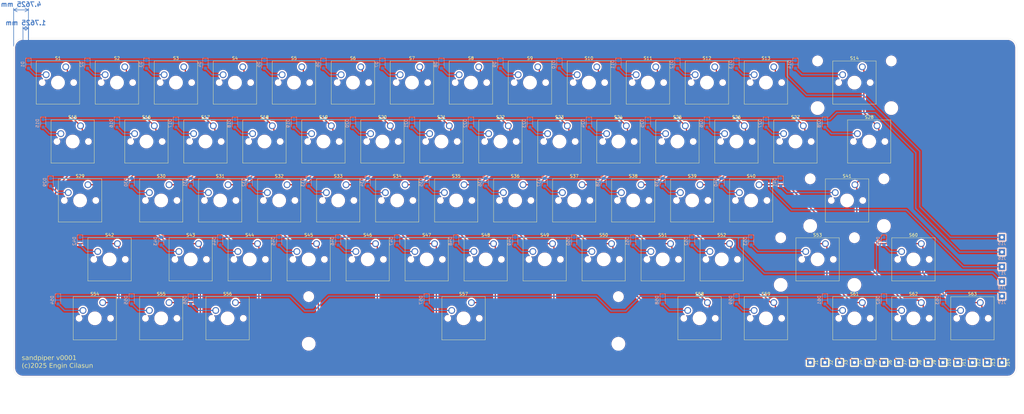
<source format=kicad_pcb>
(kicad_pcb (version 20240108) (generator "pcbnew") (generator_version "8.0")
  (layers (0 "F.Cu" signal) (31 "B.Cu" signal) (34 "B.Paste" user) (35 "F.Paste" user) (36 "B.SilkS" user "B.Silkscreen") (37 "F.SilkS" user "F.Silkscreen") (38 "B.Mask" user) (39 "F.Mask" user) (44 "Edge.Cuts" user))
  (net 0 "")
  (net 2 "Row 0")
  (net 3 "Net-(D2-A)")
  (net 4 "Net-(D3-A)")
  (net 5 "Net-(D4-A)")
  (net 6 "Net-(D5-A)")
  (net 7 "Net-(D6-A)")
  (net 8 "Net-(D7-A)")
  (net 9 "Net-(D8-A)")
  (net 10 "Net-(D9-A)")
  (net 11 "Net-(D10-A)")
  (net 12 "Net-(D11-A)")
  (net 13 "Net-(D12-A)")
  (net 14 "Net-(D13-A)")
  (net 15 "Net-(D14-A)")
  (net 16 "Row 1")
  (net 17 "Net-(D15-A)")
  (net 18 "Net-(D16-A)")
  (net 19 "Net-(D17-A)")
  (net 20 "Net-(D18-A)")
  (net 21 "Net-(D19-A)")
  (net 22 "Net-(D20-A)")
  (net 23 "Net-(D21-A)")
  (net 24 "Net-(D22-A)")
  (net 25 "Net-(D23-A)")
  (net 26 "Net-(D24-A)")
  (net 27 "Net-(D25-A)")
  (net 28 "Net-(D26-A)")
  (net 29 "Net-(D27-A)")
  (net 30 "Net-(D28-A)")
  (net 31 "Net-(D29-A)")
  (net 32 "Row 2")
  (net 33 "Net-(D30-A)")
  (net 34 "Net-(D31-A)")
  (net 35 "Net-(D32-A)")
  (net 36 "Net-(D33-A)")
  (net 37 "Net-(D34-A)")
  (net 38 "Net-(D35-A)")
  (net 39 "Net-(D36-A)")
  (net 40 "Net-(D37-A)")
  (net 41 "Net-(D38-A)")
  (net 42 "Net-(D39-A)")
  (net 43 "Net-(D40-A)")
  (net 44 "Net-(D41-A)")
  (net 45 "Row 3")
  (net 46 "Net-(D42-A)")
  (net 47 "Net-(D43-A)")
  (net 48 "Net-(D44-A)")
  (net 49 "Net-(D45-A)")
  (net 50 "Net-(D46-A)")
  (net 51 "Net-(D47-A)")
  (net 52 "Net-(D48-A)")
  (net 53 "Net-(D49-A)")
  (net 54 "Net-(D50-A)")
  (net 55 "Net-(D51-A)")
  (net 56 "Net-(D52-A)")
  (net 57 "Net-(D53-A)")
  (net 58 "Net-(D54-A)")
  (net 59 "Row 4")
  (net 60 "Net-(D55-A)")
  (net 61 "Net-(D56-A)")
  (net 62 "Net-(D57-A)")
  (net 63 "Net-(D58-A)")
  (net 64 "Net-(D59-A)")
  (net 65 "Net-(D60-A)")
  (net 66 "Net-(D61-A)")
  (net 67 "Net-(D62-A)")
  (net 68 "Net-(D63-A)")
  (net 69 "Column 0")
  (net 70 "Column 1")
  (net 71 "Column 2")
  (net 72 "Column 3")
  (net 73 "Column 4")
  (net 74 "Column 5")
  (net 75 "Column 6")
  (net 76 "Column 7")
  (net 77 "Column 8")
  (net 78 "Column 9")
  (net 79 "Column 10")
  (net 80 "Column 11")
  (net 81 "Column 12")
  (net 82 "Column 13")
  (footprint "TestPoint:TestPoint_THTPad_2.0x2.0mm_Drill1.0mm" (layer "F.Cu") (at 294.9575 129.2225 -90)
    (property "Reference" "J3")
    (property "Value" "col")
  )
  (footprint "sandpiperfootprints:SW_Cherry_MX_1.00u_PCB" (layer "F.Cu") (at 273.685 109.855)
    (property "Reference" "S59")
    (property "Value" "RightFunction")
  )
  (footprint "sandpiperfootprints:SW_Cherry_MX_1.00u_PCB" (layer "F.Cu") (at 273.685 33.655)
    (property "Reference" "S13")
    (property "Value" "equals")
  )
  (footprint "sandpiperfootprints:SW_Cherry_MX_1.00u_PCB" (layer "F.Cu") (at 145.0975 90.805)
    (property "Reference" "S46")
    (property "Value" "V")
  )
  (footprint "Button_Switch_Keyboard:SW_Cherry_MX_2.25u_PCB" (layer "F.Cu") (at 290.35375 90.805)
    (property "Reference" "S53")
    (property "Value" "rightshift")
  )
  (footprint "TestPoint:TestPoint_THTPad_2.0x2.0mm_Drill1.0mm" (layer "F.Cu") (at 285.4325 129.2225 -90)
    (property "Reference" "J1")
    (property "Value" "col")
  )
  (footprint "Button_Switch_Keyboard:SW_Cherry_MX_1.75u_PCB" (layer "F.Cu") (at 52.22875 71.755)
    (property "Reference" "S29")
    (property "Value" "capslock")
  )
  (footprint "sandpiperfootprints:SW_Cherry_MX_1.00u_PCB" (layer "F.Cu") (at 130.81 52.705)
    (property "Reference" "S19")
    (property "Value" "R")
  )
  (footprint "sandpiperfootprints:SW_Cherry_MX_1.00u_PCB" (layer "F.Cu") (at 164.1475 90.805)
    (property "Reference" "S47")
    (property "Value" "B")
  )
  (footprint "TestPoint:TestPoint_THTPad_2.0x2.0mm_Drill1.0mm" (layer "F.Cu") (at 290.195 129.2225 -90)
    (property "Reference" "J2")
    (property "Value" "col")
  )
  (footprint "sandpiperfootprints:SW_Cherry_MX_1.00u_PCB" (layer "F.Cu") (at 230.8225 71.755)
    (property "Reference" "S38")
    (property "Value" "L")
  )
  (footprint "Button_Switch_Keyboard:SW_Cherry_MX_1.25u_PCB" (layer "F.Cu") (at 56.99125 109.855)
    (property "Reference" "S54")
    (property "Value" "LeftFunction")
  )
  (footprint "Button_Switch_Keyboard:SW_Cherry_MX_2.00u_PCB" (layer "F.Cu") (at 302.26 33.655)
    (property "Reference" "S14")
    (property "Value" "backspace")
  )
  (footprint "sandpiperfootprints:SW_Cherry_MX_1.00u_PCB" (layer "F.Cu") (at 97.4725 71.755)
    (property "Reference" "S31")
    (property "Value" "S")
  )
  (footprint "sandpiperfootprints:SW_Cherry_MX_1.00u_PCB" (layer "F.Cu") (at 202.2475 90.805)
    (property "Reference" "S49")
    (property "Value" "M")
  )
  (footprint "TestPoint:TestPoint_THTPad_2.0x2.0mm_Drill1.0mm" (layer "F.Cu") (at 337.82 129.2225 -90)
    (property "Reference" "J12")
    (property "Value" "col")
  )
  (footprint "TestPoint:TestPoint_THTPad_2.0x2.0mm_Drill1.0mm" (layer "F.Cu") (at 309.245 129.2225 -90)
    (property "Reference" "J6")
    (property "Value" "col")
  )
  (footprint "TestPoint:TestPoint_THTPad_2.0x2.0mm_Drill1.0mm" (layer "F.Cu") (at 314.0075 129.2225 -90)
    (property "Reference" "J7")
    (property "Value" "col")
  )
  (footprint "sandpiperfootprints:SW_Cherry_MX_1.00u_PCB" (layer "F.Cu") (at 221.2975 90.805)
    (property "Reference" "S50")
    (property "Value" "less")
  )
  (footprint "sandpiperfootprints:SW_Cherry_MX_1.00u_PCB" (layer "F.Cu") (at 64.135 33.655)
    (property "Reference" "S2")
    (property "Value" "1")
  )
  (footprint "TestPoint:TestPoint_THTPad_2.0x2.0mm_Drill1.0mm" (layer "F.Cu") (at 318.77 129.2225 -90)
    (property "Reference" "J8")
    (property "Value" "col")
  )
  (footprint "sandpiperfootprints:SW_Cherry_MX_1.00u_PCB" (layer "F.Cu") (at 183.1975 90.805)
    (property "Reference" "S48")
    (property "Value" "N")
  )
  (footprint "sandpiperfootprints:SW_Cherry_MX_1.00u_PCB" (layer "F.Cu") (at 87.9475 90.805)
    (property "Reference" "S43")
    (property "Value" "Z")
  )
  (footprint "sandpiperfootprints:SW_Cherry_MX_1.00u_PCB" (layer "F.Cu") (at 197.485 33.655)
    (property "Reference" "S9")
    (property "Value" "8")
  )
  (footprint "sandpiperfootprints:SW_Cherry_MX_1.00u_PCB" (layer "F.Cu") (at 45.085 33.655)
    (property "Reference" "S1")
    (property "Value" "ESC")
  )
  (footprint "sandpiperfootprints:SW_Cherry_MX_1.00u_PCB" (layer "F.Cu") (at 240.3475 90.805)
    (property "Reference" "S51")
    (property "Value" "greater")
  )
  (footprint "sandpiperfootprints:SW_Cherry_MX_1.00u_PCB" (layer "F.Cu") (at 340.36 109.855)
    (property "Reference" "S63")
    (property "Value" "RightArrow")
  )
  (footprint "sandpiperfootprints:SW_Cherry_MX_1.00u_PCB" (layer "F.Cu") (at 111.76 52.705)
    (property "Reference" "S18")
    (property "Value" "E")
  )
  (footprint "sandpiperfootprints:SW_Cherry_MX_1.00u_PCB" (layer "F.Cu") (at 211.7725 71.755)
    (property "Reference" "S37")
    (property "Value" "K")
  )
  (footprint "Button_Switch_Keyboard:SW_Cherry_MX_1.50u_PCB" (layer "F.Cu") (at 307.0225 52.705)
    (property "Reference" "S28")
    (property "Value" "backslash")
  )
  (footprint "sandpiperfootprints:SW_Cherry_MX_1.00u_PCB" (layer "F.Cu") (at 235.585 33.655)
    (property "Reference" "S11")
    (property "Value" "0")
  )
  (footprint "TestPoint:TestPoint_THTPad_2.0x2.0mm_Drill1.0mm" (layer "F.Cu") (at 299.72 129.2225 -90)
    (property "Reference" "J4")
    (property "Value" "col")
  )
  (footprint "sandpiperfootprints:SW_Cherry_MX_1.00u_PCB" (layer "F.Cu") (at 168.91 52.705)
    (property "Reference" "S21")
    (property "Value" "Y")
  )
  (footprint "sandpiperfootprints:SW_Cherry_MX_1.00u_PCB" (layer "F.Cu") (at 245.11 52.705)
    (property "Reference" "S25")
    (property "Value" "P")
  )
  (footprint "sandpiperfootprints:SW_Cherry_MX_1.00u_PCB" (layer "F.Cu") (at 149.86 52.705)
    (property "Reference" "S20")
    (property "Value" "T")
  )
  (footprint "Button_Switch_Keyboard:SW_Cherry_MX_1.25u_PCB" (layer "F.Cu") (at 252.25375 109.855)
    (property "Reference" "S58")
    (property "Value" "RightAlt")
  )
  (footprint "Button_Switch_Keyboard:SW_Cherry_MX_1.50u_PCB" (layer "F.Cu") (at 49.8475 52.705)
    (property "Reference" "S15")
    (property "Value" "TAB")
  )
  (footprint "sandpiperfootprints:SW_Cherry_MX_1.00u_PCB" (layer "F.Cu") (at 102.235 33.655)
    (property "Reference" "S4")
    (property "Value" "3")
  )
  (footprint "Button_Switch_Keyboard:SW_Cherry_MX_6.25u_PCB" (layer "F.Cu") (at 176.05375 109.855)
    (property "Reference" "S57")
    (property "Value" "Space")
  )
  (footprint "sandpiperfootprints:SW_Cherry_MX_1.00u_PCB" (layer "F.Cu") (at 159.385 33.655)
    (property "Reference" "S7")
    (property "Value" "6")
  )
  (footprint "sandpiperfootprints:SW_Cherry_MX_1.00u_PCB" (layer "F.Cu") (at 283.21 52.705)
    (property "Reference" "S27")
    (property "Value" "rightbracket")
  )
  (footprint "TestPoint:TestPoint_THTPad_2.0x2.0mm_Drill1.0mm" (layer "F.Cu") (at 347.345 129.2225 -90)
    (property "Reference" "J14")
    (property "Value" "col")
  )
  (footprint "sandpiperfootprints:SW_Cherry_MX_1.00u_PCB" (layer "F.Cu") (at 321.31 109.855)
    (property "Reference" "S62")
    (property "Value" "DownArrow")
  )
  (footprint "Button_Switch_Keyboard:SW_Cherry_MX_1.25u_PCB" (layer "F.Cu") (at 99.85375 109.855)
    (property "Reference" "S56")
    (property "Value" "LeftAlt")
  )
  (footprint "TestPoint:TestPoint_THTPad_2.0x2.0mm_Drill1.0mm" (layer "F.Cu") (at 304.4825 129.2225 -90)
    (property "Reference" "J5")
    (property "Value" "col")
  )
  (footprint "sandpiperfootprints:SW_Cherry_MX_1.00u_PCB" (layer "F.Cu") (at 249.8725 71.755)
    (property "Reference" "S39")
    (property "Value" "semicolon")
  )
  (footprint "sandpiperfootprints:SW_Cherry_MX_1.00u_PCB" (layer "F.Cu") (at 178.435 33.655)
    (property "Reference" "S8")
    (property "Value" "7")
  )
  (footprint "TestPoint:TestPoint_THTPad_2.0x2.0mm_Drill1.0mm" (layer "F.Cu") (at 342.5825 129.2225 -90)
    (property "Reference" "J13")
    (property "Value" "col")
  )
  (footprint "TestPoint:TestPoint_THTPad_2.0x2.0mm_Drill1.0mm" (layer "F.Cu") (at 333.0575 129.2225 -90)
    (property "Reference" "J11")
    (property "Value" "col")
  )
  (footprint "sandpiperfootprints:SW_Cherry_MX_1.00u_PCB" (layer "F.Cu") (at 207.01 52.705)
    (property "Reference" "S23")
    (property "Value" "I")
  )
  (footprint "sandpiperfootprints:SW_Cherry_MX_1.00u_PCB" (layer "F.Cu") (at 126.0475 90.805)
    (property "Reference" "S45")
    (property "Value" "C")
  )
  (footprint "sandpiperfootprints:SW_Cherry_MX_1.00u_PCB" (layer "F.Cu") (at 92.71 52.705)
    (property "Reference" "S17")
    (property "Value" "W")
  )
  (footprint "sandpiperfootprints:SW_Cherry_MX_1.00u_PCB" (layer "F.Cu") (at 226.06 52.705)
    (property "Reference" "S24")
    (property "Value" "O")
  )
  (footprint "sandpiperfootprints:SW_Cherry_MX_1.00u_PCB" (layer "F.Cu") (at 121.285 33.655)
    (property "Reference" "S5")
    (property "Value" "4")
  )
  (footprint "TestPoint:TestPoint_THTPad_2.0x2.0mm_Drill1.0mm" (layer "F.Cu") (at 328.295 129.2225 -90)
    (property "Reference" "J10")
    (property "Value" "col")
  )
  (footprint "sandpiperfootprints:SW_Cherry_MX_1.00u_PCB" (layer "F.Cu") (at 135.5725 71.755)
    (property "Reference" "S33")
    (property "Value" "F")
  )
  (footprint "sandpiperfootprints:SW_Cherry_MX_1.00u_PCB" (layer "F.Cu") (at 173.6725 71.755)
    (property "Reference" "S35")
    (property "Value" "H")
  )
  (footprint "sandpiperfootprints:SW_Cherry_MX_1.00u_PCB" (layer "F.Cu") (at 259.3975 90.805)
    (property "Reference" "S52")
    (property "Value" "slash")
  )
  (footprint "sandpiperfootprints:SW_Cherry_MX_1.00u_PCB" (layer "F.Cu") (at 140.335 33.655)
    (property "Reference" "S6")
    (property "Value" "5")
  )
  (footprint "sandpiperfootprints:SW_Cherry_MX_1.00u_PCB" (layer "F.Cu") (at 268.9225 71.755)
    (property "Reference" "S40")
    (property "Value" "quotes")
  )
  (footprint "sandpiperfootprints:SW_Cherry_MX_1.00u_PCB" (layer "F.Cu") (at 192.7225 71.755)
    (property "Reference" "S36")
    (property "Value" "J")
  )
  (footprint "sandpiperfootprints:SW_Cherry_MX_1.00u_PCB" (layer "F.Cu") (at 116.5225 71.755)
    (property "Reference" "S32")
    (property "Value" "D")
  )
  (footprint "sandpiperfootprints:SW_Cherry_MX_1.00u_PCB" (layer "F.Cu") (at 216.535 33.655)
    (property "Reference" "S10")
    (property "Value" "9")
  )
  (footprint "sandpiperfootprints:SW_Cherry_MX_1.00u_PCB" (layer "F.Cu") (at 254.635 33.655)
    (property "Reference" "S12")
    (property "Value" "minus")
  )
  (footprint "sandpiperfootprints:SW_Cherry_MX_1.00u_PCB" (layer "F.Cu") (at 106.9975 90.805)
    (property "Reference" "S44")
    (property "Value" "X")
  )
  (footprint "sandpiperfootprints:SW_Cherry_MX_1.00u_PCB" (layer "F.Cu") (at 321.31 90.805)
    (property "Reference" "S60")
    (property "Value" "Uparrow")
  )
  (footprint "sandpiperfootprints:SW_Cherry_MX_1.00u_PCB" (layer "F.Cu") (at 78.4225 71.755)
    (property "Reference" "S30")
    (property "Value" "A")
  )
  (footprint "sandpiperfootprints:SW_Cherry_MX_1.00u_PCB" (layer "F.Cu") (at 83.185 33.655)
    (property "Reference" "S3")
    (property "Value" "2")
  )
  (footprint "Button_Switch_Keyboard:SW_Cherry_MX_2.25u_PCB" (layer "F.Cu") (at 299.87875 71.755)
    (property "Reference" "S41")
    (property "Value" "return")
  )
  (footprint "sandpiperfootprints:SW_Cherry_MX_1.00u_PCB" (layer "F.Cu") (at 302.26 109.855)
    (property "Reference" "S61")
    (property "Value" "LeftArrow")
  )
  (footprint "sandpiperfootprints:SW_Cherry_MX_1.00u_PCB" (layer "F.Cu") (at 154.6225 71.755)
    (property "Reference" "S34")
    (property "Value" "G")
  )
  (footprint "sandpiperfootprints:SW_Cherry_MX_1.00u_PCB" (layer "F.Cu") (at 187.96 52.705)
    (property "Reference" "S22")
    (property "Value" "U")
  )
  (footprint "sandpiperfootprints:SW_Cherry_MX_1.00u_PCB" (layer "F.Cu") (at 73.66 52.705)
    (property "Reference" "S16")
    (property "Value" "Q")
  )
  (footprint "sandpiperfootprints:SW_Cherry_MX_1.00u_PCB" (layer "F.Cu") (at 264.16 52.705)
    (property "Reference" "S26")
    (property "Value" "leftbracket")
  )
  (footprint "Button_Switch_Keyboard:SW_Cherry_MX_1.75u_PCB" (layer "F.Cu") (at 61.75375 90.805)
    (property "Reference" "S42")
    (property "Value" "leftshift")
  )
  (footprint "sandpiperfootprints:SW_Cherry_MX_1.00u_PCB" (layer "F.Cu") (at 78.4225 109.855)
    (property "Reference" "S55")
    (property "Value" "LeftCtl")
  )
  (footprint "TestPoint:TestPoint_THTPad_2.0x2.0mm_Drill1.0mm" (layer "F.Cu") (at 323.5325 129.2225 -90)
    (property "Reference" "J9")
    (property "Value" "col")
  )
  (footprint "Diode_SMD:D_SOD-323_HandSoldering" (layer "B.Cu") (at 190.1825 89.99125 -90)
    (property "Reference" "D49")
    (property "Value" "1N4148WS‎")
  )
  (footprint "Diode_SMD:D_SOD-323_HandSoldering" (layer "B.Cu") (at 42.545 109.04125 -90)
    (property "Reference" "D54")
    (property "Value" "1N4148WS‎")
  )
  (footprint "Diode_SMD:D_SOD-323_HandSoldering" (layer "B.Cu") (at 66.3575 70.94125 -90)
    (property "Reference" "D30")
    (property "Value" "1N4148WS‎")
  )
  (footprint "Diode_SMD:D_SOD-323_HandSoldering" (layer "B.Cu") (at 147.32 32.84125 -90)
    (property "Reference" "D7")
    (property "Value" "1N4148WS‎")
  )
  (footprint "Diode_SMD:D_SOD-323_HandSoldering" (layer "B.Cu") (at 142.5575 70.94125 -90)
    (property "Reference" "D34")
    (property "Value" "1N4148WS‎")
  )
  (footprint "Diode_SMD:D_SOD-323_HandSoldering" (layer "B.Cu") (at 85.4075 109.04125 -90)
    (property "Reference" "D56")
    (property "Value" "1N4148WS‎")
  )
  (footprint "Diode_SMD:D_SOD-323_HandSoldering" (layer "B.Cu") (at 237.8075 109.04125 -90)
    (property "Reference" "D58")
    (property "Value" "1N4148WS‎")
  )
  (footprint "Diode_SMD:D_SOD-323_HandSoldering" (layer "B.Cu") (at 85.4075 70.94125 -90)
    (property "Reference" "D31")
    (property "Value" "1N4148WS‎")
  )
  (footprint "Diode_SMD:D_SOD-323_HandSoldering" (layer "B.Cu") (at 40.16375 70.94125 -90)
    (property "Reference" "D29")
    (property "Value" "1N4148WS‎")
  )
  (footprint "Diode_SMD:D_SOD-323_HandSoldering" (layer "B.Cu") (at 328.295 109.04125 -90)
    (property "Reference" "D63")
    (property "Value" "1N4148WS‎")
  )
  (footprint "Diode_SMD:D_SOD-323_HandSoldering" (layer "B.Cu") (at 156.845 51.89125 -90)
    (property "Reference" "D21")
    (property "Value" "1N4148WS‎")
  )
  (footprint "Diode_SMD:D_SOD-323_HandSoldering" (layer "B.Cu") (at 180.6575 70.94125 -90)
    (property "Reference" "D36")
    (property "Value" "1N4148WS‎")
  )
  (footprint "Diode_SMD:D_SOD-323_HandSoldering" (layer "B.Cu") (at 242.57 32.84125 -90)
    (property "Reference" "D12")
    (property "Value" "1N4148WS‎")
  )
  (footprint "Diode_SMD:D_SOD-323_HandSoldering" (layer "B.Cu") (at 252.095 51.89125 -90)
    (property "Reference" "D26")
    (property "Value" "1N4148WS‎")
  )
  (footprint "Diode_SMD:D_SOD-323_HandSoldering" (layer "B.Cu") (at 113.9825 89.99125 -90)
    (property "Reference" "D45")
    (property "Value" "1N4148WS‎")
  )
  (footprint "Diode_SMD:D_SOD-323_HandSoldering" (layer "B.Cu") (at 256.8575 70.94125 -90)
    (property "Reference" "D40")
    (property "Value" "1N4148WS‎")
  )
  (footprint "Diode_SMD:D_SOD-323_HandSoldering" (layer "B.Cu") (at 209.2325 89.99125 -90)
    (property "Reference" "D50")
    (property "Value" "1N4148WS‎")
  )
  (footprint "Diode_SMD:D_SOD-323_HandSoldering" (layer "B.Cu") (at 49.68875 89.99125 -90)
    (property "Reference" "D42")
    (property "Value" "1N4148WS‎")
  )
  (footprint "Diode_SMD:D_SOD-323_HandSoldering" (layer "B.Cu") (at 66.3575 109.04125 -90)
    (property "Reference" "D55")
    (property "Value" "1N4148WS‎")
  )
  (footprint "Diode_SMD:D_SOD-323_HandSoldering" (layer "B.Cu") (at 237.8075 70.94125 -90)
    (property "Reference" "D39")
    (property "Value" "1N4148WS‎")
  )
  (footprint "Diode_SMD:D_SOD-323_HandSoldering" (layer "B.Cu") (at 199.7075 70.94125 -90)
    (property "Reference" "D37")
    (property "Value" "1N4148WS‎")
  )
  (footprint "Diode_SMD:D_SOD-323_HandSoldering" (layer "B.Cu") (at 194.945 51.89125 -90)
    (property "Reference" "D23")
    (property "Value" "1N4148WS‎")
  )
  (footprint "Diode_SMD:D_SOD-323_HandSoldering" (layer "B.Cu") (at 275.9075 70.94125 -90)
    (property "Reference" "D41")
    (property "Value" "1N4148WS‎")
  )
  (footprint "Diode_SMD:D_SOD-323_HandSoldering" (layer "B.Cu") (at 280.67 32.84125 -90)
    (property "Reference" "D14")
    (property "Value" "1N4148WS‎")
  )
  (footprint "Diode_SMD:D_SOD-323_HandSoldering" (layer "B.Cu") (at 261.62 32.84125 -90)
    (property "Reference" "D13")
    (property "Value" "1N4148WS‎")
  )
  (footprint "Diode_SMD:D_SOD-323_HandSoldering" (layer "B.Cu") (at 223.52 32.84125 -90)
    (property "Reference" "D11")
    (property "Value" "1N4148WS‎")
  )
  (footprint "Diode_SMD:D_SOD-323_HandSoldering" (layer "B.Cu") (at 228.2825 89.99125 -90)
    (property "Reference" "D51")
    (property "Value" "1N4148WS‎")
  )
  (footprint "TestPoint:TestPoint_THTPad_2.0x2.0mm_Drill1.0mm" (layer "B.Cu") (at 347.345 98.26625)
    (property "Reference" "J17")
    (property "Value" "row")
  )
  (footprint "Diode_SMD:D_SOD-323_HandSoldering" (layer "B.Cu") (at 290.195 109.04125 -90)
    (property "Reference" "D61")
    (property "Value" "1N4148WS‎")
  )
  (footprint "Diode_SMD:D_SOD-323_HandSoldering" (layer "B.Cu") (at 161.6075 70.94125 -90)
    (property "Reference" "D35")
    (property "Value" "1N4148WS‎")
  )
  (footprint "Diode_SMD:D_SOD-323_HandSoldering" (layer "B.Cu") (at 213.995 51.89125 -90)
    (property "Reference" "D24")
    (property "Value" "1N4148WS‎")
  )
  (footprint "Diode_SMD:D_SOD-323_HandSoldering" (layer "B.Cu") (at 118.745 51.89125 -90)
    (property "Reference" "D19")
    (property "Value" "1N4148WS‎")
  )
  (footprint "Diode_SMD:D_SOD-323_HandSoldering" (layer "B.Cu") (at 171.1325 89.99125 -90)
    (property "Reference" "D48")
    (property "Value" "1N4148WS‎")
  )
  (footprint "TestPoint:TestPoint_THTPad_2.0x2.0mm_Drill1.0mm" (layer "B.Cu") (at 347.345 103.02875)
    (property "Reference" "J18")
    (property "Value" "row")
  )
  (footprint "Diode_SMD:D_SOD-323_HandSoldering" (layer "B.Cu") (at 271.145 51.89125 -90)
    (property "Reference" "D27")
    (property "Value" "1N4148WS‎")
  )
  (footprint "Diode_SMD:D_SOD-323_HandSoldering" (layer "B.Cu") (at 33.02 32.84125 -90)
    (property "Reference" "D1")
    (property "Value" "1N4148WS‎")
  )
  (footprint "Diode_SMD:D_SOD-323_HandSoldering" (layer "B.Cu") (at 247.3325 89.99125 -90)
    (property "Reference" "D52")
    (property "Value" "1N4148WS‎")
  )
  (footprint "TestPoint:TestPoint_THTPad_2.0x2.0mm_Drill1.0mm" (layer "B.Cu") (at 347.345 93.50375)
    (property "Reference" "J16")
    (property "Value" "row")
  )
  (footprint "TestPoint:TestPoint_THTPad_2.0x2.0mm_Drill1.0mm" (layer "B.Cu") (at 347.345 88.74125)
    (property "Reference" "J15")
    (property "Value" "row")
  )
  (footprint "Diode_SMD:D_SOD-323_HandSoldering" (layer "B.Cu") (at 75.8825 89.99125 -90)
    (property "Reference" "D43")
    (property "Value" "1N4148WS‎")
  )
  (footprint "Diode_SMD:D_SOD-323_HandSoldering" (layer "B.Cu") (at 37.7825 51.89125 -90)
    (property "Reference" "D15")
    (property "Value" "1N4148WS‎")
  )
  (footprint "Diode_SMD:D_SOD-323_HandSoldering" (layer "B.Cu") (at 61.595 51.89125 -90)
    (property "Reference" "D16")
    (property "Value" "1N4148WS‎")
  )
  (footprint "Diode_SMD:D_SOD-323_HandSoldering" (layer "B.Cu") (at 261.62 109.04125 -90)
    (property "Reference" "D59")
    (property "Value" "1N4148WS‎")
  )
  (footprint "Diode_SMD:D_SOD-323_HandSoldering" (layer "B.Cu") (at 185.42 32.84125 -90)
    (property "Reference" "D9")
    (property "Value" "1N4148WS‎")
  )
  (footprint "Diode_SMD:D_SOD-323_HandSoldering" (layer "B.Cu") (at 71.12 32.84125 -90)
    (property "Reference" "D3")
    (property "Value" "1N4148WS‎")
  )
  (footprint "Diode_SMD:D_SOD-323_HandSoldering" (layer "B.Cu") (at 94.9325 89.99125 -90)
    (property "Reference" "D44")
    (property "Value" "1N4148WS‎")
  )
  (footprint "Diode_SMD:D_SOD-323_HandSoldering" (layer "B.Cu") (at 204.47 32.84125 -90)
    (property "Reference" "D10")
    (property "Value" "1N4148WS‎")
  )
  (footprint "Diode_SMD:D_SOD-323_HandSoldering" (layer "B.Cu") (at 133.0325 89.99125 -90)
    (property "Reference" "D46")
    (property "Value" "1N4148WS‎")
  )
  (footprint "Diode_SMD:D_SOD-323_HandSoldering" (layer "B.Cu") (at 309.245 89.99125 -90)
    (property "Reference" "D60")
    (property "Value" "1N4148WS‎")
  )
  (footprint "Diode_SMD:D_SOD-323_HandSoldering" (layer "B.Cu") (at 309.245 109.04125 -90)
    (property "Reference" "D62")
    (property "Value" "1N4148WS‎")
  )
  (footprint "Diode_SMD:D_SOD-323_HandSoldering" (layer "B.Cu") (at 80.645 51.89125 -90)
    (property "Reference" "D17")
    (property "Value" "1N4148WS‎")
  )
  (footprint "Diode_SMD:D_SOD-323_HandSoldering" (layer "B.Cu") (at 109.22 32.84125 -90)
    (property "Reference" "D5")
    (property "Value" "1N4148WS‎")
  )
  (footprint "Diode_SMD:D_SOD-323_HandSoldering" (layer "B.Cu") (at 104.4575 70.94125 -90)
    (property "Reference" "D32")
    (property "Value" "1N4148WS‎")
  )
  (footprint "Diode_SMD:D_SOD-323_HandSoldering" (layer "B.Cu") (at 152.0825 89.99125 -90)
    (property "Reference" "D47")
    (property "Value" "1N4148WS‎")
  )
  (footprint "Diode_SMD:D_SOD-323_HandSoldering" (layer "B.Cu") (at 128.27 32.84125 -90)
    (property "Reference" "D6")
    (property "Value" "1N4148WS‎")
  )
  (footprint "Diode_SMD:D_SOD-323_HandSoldering" (layer "B.Cu") (at 161.6075 109.04125 -90)
    (property "Reference" "D57")
    (property "Value" "1N4148WS‎")
  )
  (footprint "Diode_SMD:D_SOD-323_HandSoldering" (layer "B.Cu") (at 99.695 51.89125 -90)
    (property "Reference" "D18")
    (property "Value" "1N4148WS‎")
  )
  (footprint "Diode_SMD:D_SOD-323_HandSoldering" (layer "B.Cu") (at 290.195 51.89125 -90)
    (property "Reference" "D28")
    (property "Value" "1N4148WS‎")
  )
  (footprint "TestPoint:TestPoint_THTPad_2.0x2.0mm_Drill1.0mm" (layer "B.Cu") (at 347.345 107.79125)
    (property "Reference" "J19")
    (property "Value" "row")
  )
  (footprint "Diode_SMD:D_SOD-323_HandSoldering" (layer "B.Cu") (at 166.37 32.84125 -90)
    (property "Reference" "D8")
    (property "Value" "1N4148WS‎")
  )
  (footprint "Diode_SMD:D_SOD-323_HandSoldering" (layer "B.Cu") (at 52.07 32.84125 -90)
    (property "Reference" "D2")
    (property "Value" "1N4148WS‎")
  )
  (footprint "Diode_SMD:D_SOD-323_HandSoldering" (layer "B.Cu") (at 90.17 32.84125 -90)
    (property "Reference" "D4")
    (property "Value" "1N4148WS‎")
  )
  (footprint "Diode_SMD:D_SOD-323_HandSoldering" (layer "B.Cu") (at 218.7575 70.94125 -90)
    (property "Reference" "D38")
    (property "Value" "1N4148WS‎")
  )
  (footprint "Diode_SMD:D_SOD-323_HandSoldering" (layer "B.Cu") (at 266.3825 89.99125 -90)
    (property "Reference" "D53")
    (property "Value" "1N4148WS‎")
  )
  (footprint "Diode_SMD:D_SOD-323_HandSoldering" (layer "B.Cu") (at 233.045 51.89125 -90)
    (property "Reference" "D25")
    (property "Value" "1N4148WS‎")
  )
  (footprint "Diode_SMD:D_SOD-323_HandSoldering" (layer "B.Cu") (at 123.5075 70.94125 -90)
    (property "Reference" "D33")
    (property "Value" "1N4148WS‎")
  )
  (footprint "Diode_SMD:D_SOD-323_HandSoldering" (layer "B.Cu") (at 137.795 51.89125 -90)
    (property "Reference" "D20")
    (property "Value" "1N4148WS‎")
  )
  (footprint "Diode_SMD:D_SOD-323_HandSoldering" (layer "B.Cu") (at 175.895 51.89125 -90)
    (property "Reference" "D22")
    (property "Value" "1N4148WS‎")
  )
  (gr_line (start 352.1075 27.4475) (end 352.1075 130.985) (stroke (width 0.05)) (layer "Edge.Cuts"))
  (gr_arc (start 31.2575 133.985) (mid 29.13618 133.10632) (end 28.2575 130.985) (stroke (width 0.05)) (layer "Edge.Cuts"))
  (gr_arc (start 352.1075 130.985) (mid 351.22882 133.10632) (end 349.1075 133.985) (stroke (width 0.05)) (layer "Edge.Cuts"))
  (gr_arc (start 349.1075 24.4475) (mid 351.22882 25.32618) (end 352.1075 27.4475) (stroke (width 0.05)) (layer "Edge.Cuts"))
  (gr_line (start 28.2575 130.985) (end 28.2575 27.4475) (stroke (width 0.05)) (layer "Edge.Cuts"))
  (gr_line (start 31.2575 24.4475) (end 349.1075 24.4475) (stroke (width 0.05)) (layer "Edge.Cuts"))
  (gr_arc (start 28.2575 27.4475) (mid 29.13618 25.32618) (end 31.2575 24.4475) (stroke (width 0.05)) (layer "Edge.Cuts"))
  (gr_line (start 349.1075 133.985) (end 31.2575 133.985) (stroke (width 0.05)) (layer "Edge.Cuts"))
  (gr_text "sandpiper v0001\n(c)2025 Engin Cilasun" (at 30.861 131.191 0) (layer "F.SilkS") (effects (font (size 1.5 1.5) (thickness 0.1)) (justify left bottom)))
  (dimension (type orthogonal) (layer "B.Cu") (pts (xy 31.2575 27.4475) (xy 33.02 29.21)) (height -6.2385) (orientation 0) (gr_text "1.7625 mm" (at 32.13875 19.409 0) (layer "B.Cu") (effects (font (size 1.5 1.5) (thickness 0.3)) (justify mirror))) (format (prefix "") (suffix "") (units 3) (units_format 1) (precision 4)) (style (thickness 0.2) (arrow_length 1.27) (text_position_mode 0) (extension_height 0.58642) (extension_offset 0.5) keep_text_aligned))
  (dimension (type orthogonal) (layer "B.Cu") (pts (xy 33.02 29.21) (xy 28.2575 27.4475)) (height -13.97) (orientation 0) (gr_text "4.7625 mm" (at 30.63875 13.44 0) (layer "B.Cu") (effects (font (size 1.5 1.5) (thickness 0.3)) (justify mirror))) (format (prefix "") (suffix "") (units 3) (units_format 1) (precision 4)) (style (thickness 0.2) (arrow_length 1.27) (text_position_mode 0) (extension_height 0.58642) (extension_offset 0.5) keep_text_aligned))
  (segment (start 38.735 36.195) (end 35.12375 36.195) (width 0.4) (layer "B.Cu") (net 0))
  (segment (start 35.12375 36.195) (end 33.02 34.09125) (width 0.4) (layer "B.Cu") (net 0))
  (segment (start 52.07 31.59125) (end 71.12 31.59125) (width 0.4) (layer "B.Cu") (net 2))
  (segment (start 242.57 31.59125) (end 261.62 31.59125) (width 0.4) (layer "B.Cu") (net 2))
  (segment (start 278.003 36.576) (end 284.226 42.799) (width 0.4) (layer "B.Cu") (net 2))
  (segment (start 278.003 31.59125) (end 278.003 36.576) (width 0.4) (layer "B.Cu") (net 2))
  (segment (start 223.52 31.59125) (end 242.57 31.59125) (width 0.4) (layer "B.Cu") (net 2))
  (segment (start 204.47 31.59125) (end 223.52 31.59125) (width 0.4) (layer "B.Cu") (net 2))
  (segment (start 278.003 31.59125) (end 280.67 31.59125) (width 0.4) (layer "B.Cu") (net 2))
  (segment (start 71.12 31.59125) (end 90.17 31.59125) (width 0.4) (layer "B.Cu") (net 2))
  (segment (start 284.226 42.799) (end 302.641 42.799) (width 0.4) (layer "B.Cu") (net 2))
  (segment (start 320.802 78.867) (end 330.67625 88.74125) (width 0.4) (layer "B.Cu") (net 2))
  (segment (start 90.17 31.59125) (end 109.22 31.59125) (width 0.4) (layer "B.Cu") (net 2))
  (segment (start 302.641 42.799) (end 320.802 60.96) (width 0.4) (layer "B.Cu") (net 2))
  (segment (start 330.67625 88.74125) (end 347.345 88.74125) (width 0.4) (layer "B.Cu") (net 2))
  (segment (start 185.42 31.59125) (end 204.47 31.59125) (width 0.4) (layer "B.Cu") (net 2))
  (segment (start 280.72715 31.59125) (end 280.67 31.59125) (width 0.4) (layer "B.Cu") (net 2))
  (segment (start 109.22 31.59125) (end 128.27 31.59125) (width 0.4) (layer "B.Cu") (net 2))
  (segment (start 33.02 31.59125) (end 52.07 31.59125) (width 0.4) (layer "B.Cu") (net 2))
  (segment (start 261.62 31.59125) (end 278.003 31.59125) (width 0.4) (layer "B.Cu") (net 2))
  (segment (start 166.37 31.59125) (end 185.42 31.59125) (width 0.4) (layer "B.Cu") (net 2))
  (segment (start 128.27 31.59125) (end 147.32 31.59125) (width 0.4) (layer "B.Cu") (net 2))
  (segment (start 320.802 60.96) (end 320.802 78.867) (width 0.4) (layer "B.Cu") (net 2))
  (segment (start 147.32 31.59125) (end 166.37 31.59125) (width 0.4) (layer "B.Cu") (net 2))
  (segment (start 54.17375 36.195) (end 52.07 34.09125) (width 0.4) (layer "B.Cu") (net 3))
  (segment (start 57.785 36.195) (end 54.17375 36.195) (width 0.4) (layer "B.Cu") (net 3))
  (segment (start 76.835 36.195) (end 73.22375 36.195) (width 0.4) (layer "B.Cu") (net 4))
  (segment (start 73.22375 36.195) (end 71.12 34.09125) (width 0.4) (layer "B.Cu") (net 4))
  (segment (start 95.885 36.195) (end 92.27375 36.195) (width 0.4) (layer "B.Cu") (net 5))
  (segment (start 92.27375 36.195) (end 90.17 34.09125) (width 0.4) (layer "B.Cu") (net 5))
  (segment (start 111.32375 36.195) (end 109.22 34.09125) (width 0.4) (layer "B.Cu") (net 6))
  (segment (start 114.935 36.195) (end 111.32375 36.195) (width 0.4) (layer "B.Cu") (net 6))
  (segment (start 130.37375 36.195) (end 128.27 34.09125) (width 0.4) (layer "B.Cu") (net 7))
  (segment (start 133.985 36.195) (end 130.37375 36.195) (width 0.4) (layer "B.Cu") (net 7))
  (segment (start 153.035 36.195) (end 149.42375 36.195) (width 0.4) (layer "B.Cu") (net 8))
  (segment (start 149.42375 36.195) (end 147.32 34.09125) (width 0.4) (layer "B.Cu") (net 8))
  (segment (start 172.085 36.195) (end 168.47375 36.195) (width 0.4) (layer "B.Cu") (net 9))
  (segment (start 168.47375 36.195) (end 166.37 34.09125) (width 0.4) (layer "B.Cu") (net 9))
  (segment (start 187.52375 36.195) (end 185.42 34.09125) (width 0.4) (layer "B.Cu") (net 10))
  (segment (start 191.135 36.195) (end 187.52375 36.195) (width 0.4) (layer "B.Cu") (net 10))
  (segment (start 206.57375 36.195) (end 204.47 34.09125) (width 0.4) (layer "B.Cu") (net 11))
  (segment (start 210.185 36.195) (end 206.57375 36.195) (width 0.4) (layer "B.Cu") (net 11))
  (segment (start 225.62375 36.195) (end 223.52 34.09125) (width 0.4) (layer "B.Cu") (net 12))
  (segment (start 229.235 36.195) (end 225.62375 36.195) (width 0.4) (layer "B.Cu") (net 12))
  (segment (start 248.285 36.195) (end 244.67375 36.195) (width 0.4) (layer "B.Cu") (net 13))
  (segment (start 244.67375 36.195) (end 242.57 34.09125) (width 0.4) (layer "B.Cu") (net 13))
  (segment (start 263.72375 36.195) (end 261.62 34.09125) (width 0.4) (layer "B.Cu") (net 14))
  (segment (start 267.335 36.195) (end 263.72375 36.195) (width 0.4) (layer "B.Cu") (net 14))
  (segment (start 282.77375 36.195) (end 280.67 34.09125) (width 0.4) (layer "B.Cu") (net 15))
  (segment (start 295.91 36.195) (end 282.77375 36.195) (width 0.4) (layer "B.Cu") (net 15))
  (segment (start 175.895 50.64125) (end 194.945 50.64125) (width 0.4) (layer "B.Cu") (net 16))
  (segment (start 319.532 79.375) (end 333.66075 93.50375) (width 0.4) (layer "B.Cu") (net 16))
  (segment (start 37.7825 50.64125) (end 61.595 50.64125) (width 0.4) (layer "B.Cu") (net 16))
  (segment (start 271.145 50.64125) (end 290.195 50.64125) (width 0.4) (layer "B.Cu") (net 16))
  (segment (start 213.995 50.64125) (end 233.045 50.64125) (width 0.4) (layer "B.Cu") (net 16))
  (segment (start 291.77615 50.64125) (end 294.005 48.4124) (width 0.4) (layer "B.Cu") (net 16))
  (segment (start 333.66075 93.50375) (end 347.345 93.50375) (width 0.4) (layer "B.Cu") (net 16))
  (segment (start 252.095 50.64125) (end 271.145 50.64125) (width 0.4) (layer "B.Cu") (net 16))
  (segment (start 137.795 50.64125) (end 156.845 50.64125) (width 0.4) (layer "B.Cu") (net 16))
  (segment (start 319.532 61.447764) (end 319.532 79.375) (width 0.4) (layer "B.Cu") (net 16))
  (segment (start 306.496636 48.4124) (end 319.532 61.447764) (width 0.4) (layer "B.Cu") (net 16))
  (segment (start 118.745 50.64125) (end 137.795 50.64125) (width 0.4) (layer "B.Cu") (net 16))
  (segment (start 294.005 48.4124) (end 306.496636 48.4124) (width 0.4) (layer "B.Cu") (net 16))
  (segment (start 156.845 50.64125) (end 175.895 50.64125) (width 0.4) (layer "B.Cu") (net 16))
  (segment (start 290.195 50.64125) (end 291.77615 50.64125) (width 0.4) (layer "B.Cu") (net 16))
  (segment (start 194.945 50.64125) (end 213.995 50.64125) (width 0.4) (layer "B.Cu") (net 16))
  (segment (start 233.045 50.64125) (end 252.095 50.64125) (width 0.4) (layer "B.Cu") (net 16))
  (segment (start 61.595 50.64125) (end 80.645 50.64125) (width 0.4) (layer "B.Cu") (net 16))
  (segment (start 80.645 50.64125) (end 99.695 50.64125) (width 0.4) (layer "B.Cu") (net 16))
  (segment (start 99.695 50.64125) (end 118.745 50.64125) (width 0.4) (layer "B.Cu") (net 16))
  (segment (start 43.4975 55.245) (end 39.88625 55.245) (width 0.4) (layer "B.Cu") (net 17))
  (segment (start 39.88625 55.245) (end 37.7825 53.14125) (width 0.4) (layer "B.Cu") (net 17))
  (segment (start 67.31 55.245) (end 63.69875 55.245) (width 0.4) (layer "B.Cu") (net 18))
  (segment (start 63.69875 55.245) (end 61.595 53.14125) (width 0.4) (layer "B.Cu") (net 18))
  (segment (start 82.74875 55.245) (end 80.645 53.14125) (width 0.4) (layer "B.Cu") (net 19))
  (segment (start 86.36 55.245) (end 82.74875 55.245) (width 0.4) (layer "B.Cu") (net 19))
  (segment (start 105.41 55.245) (end 101.79875 55.245) (width 0.4) (layer "B.Cu") (net 20))
  (segment (start 101.79875 55.245) (end 99.695 53.14125) (width 0.4) (layer "B.Cu") (net 20))
  (segment (start 124.46 55.245) (end 120.84875 55.245) (width 0.4) (layer "B.Cu") (net 21))
  (segment (start 120.84875 55.245) (end 118.745 53.14125) (width 0.4) (layer "B.Cu") (net 21))
  (segment (start 139.89875 55.245) (end 137.795 53.14125) (width 0.4) (layer "B.Cu") (net 22))
  (segment (start 143.51 55.245) (end 139.89875 55.245) (width 0.4) (layer "B.Cu") (net 22))
  (segment (start 162.56 55.245) (end 158.94875 55.245) (width 0.4) (layer "B.Cu") (net 23))
  (segment (start 158.94875 55.245) (end 156.845 53.14125) (width 0.4) (layer "B.Cu") (net 23))
  (segment (start 181.61 55.245) (end 177.99875 55.245) (width 0.4) (layer "B.Cu") (net 24))
  (segment (start 177.99875 55.245) (end 175.895 53.14125) (width 0.4) (layer "B.Cu") (net 24))
  (segment (start 197.04875 55.245) (end 194.945 53.14125) (width 0.4) (layer "B.Cu") (net 25))
  (segment (start 200.66 55.245) (end 197.04875 55.245) (width 0.4) (layer "B.Cu") (net 25))
  (segment (start 216.09875 55.245) (end 213.995 53.14125) (width 0.4) (layer "B.Cu") (net 26))
  (segment (start 219.71 55.245) (end 216.09875 55.245) (width 0.4) (layer "B.Cu") (net 26))
  (segment (start 238.76 55.245) (end 235.14875 55.245) (width 0.4) (layer "B.Cu") (net 27))
  (segment (start 235.14875 55.245) (end 233.045 53.14125) (width 0.4) (layer "B.Cu") (net 27))
  (segment (start 254.19875 55.245) (end 252.095 53.14125) (width 0.4) (layer "B.Cu") (net 28))
  (segment (start 257.81 55.245) (end 254.19875 55.245) (width 0.4) (layer "B.Cu") (net 28))
  (segment (start 276.86 55.245) (end 273.24875 55.245) (width 0.4) (layer "B.Cu") (net 29))
  (segment (start 273.24875 55.245) (end 271.145 53.14125) (width 0.4) (layer "B.Cu") (net 29))
  (segment (start 292.29875 55.245) (end 290.195 53.14125) (width 0.4) (layer "B.Cu") (net 30))
  (segment (start 300.6725 55.245) (end 292.29875 55.245) (width 0.4) (layer "B.Cu") (net 30))
  (segment (start 45.87875 74.295) (end 42.2675 74.295) (width 0.4) (layer "B.Cu") (net 31))
  (segment (start 42.2675 74.295) (end 40.16375 72.19125) (width 0.4) (layer "B.Cu") (net 31))
  (segment (start 316.484 79.883) (end 279.4 79.883) (width 0.4) (layer "B.Cu") (net 32))
  (segment (start 123.5075 69.69125) (end 104.4575 69.69125) (width 0.4) (layer "B.Cu") (net 32))
  (segment (start 161.6075 69.69125) (end 142.5575 69.69125) (width 0.4) (layer "B.Cu") (net 32))
  (segment (start 66.3575 69.69125) (end 40.16375 69.69125) (width 0.4) (layer "B.Cu") (net 32))
  (segment (start 199.7075 69.69125) (end 180.6575 69.69125) (width 0.4) (layer "B.Cu") (net 32))
  (segment (start 279.4 79.883) (end 272.542 73.025) (width 0.4) (layer "B.Cu") (net 32))
  (segment (start 142.5575 69.69125) (end 123.5075 69.69125) (width 0.4) (layer "B.Cu") (net 32))
  (segment (start 104.4575 69.69125) (end 85.4075 69.69125) (width 0.4) (layer "B.Cu") (net 32))
  (segment (start 275.9075 69.69125) (end 256.8575 69.69125) (width 0.4) (layer "B.Cu") (net 32))
  (segment (start 256.8575 69.69125) (end 237.8075 69.69125) (width 0.4) (layer "B.Cu") (net 32))
  (segment (start 347.345 98.26625) (end 334.86725 98.26625) (width 0.4) (layer "B.Cu") (net 32))
  (segment (start 85.4075 69.69125) (end 66.3575 69.69125) (width 0.4) (layer "B.Cu") (net 32))
  (segment (start 237.8075 69.69125) (end 218.7575 69.69125) (width 0.4) (layer "B.Cu") (net 32))
  (segment (start 180.6575 69.69125) (end 161.6075 69.69125) (width 0.4) (layer "B.Cu") (net 32))
  (segment (start 334.86725 98.26625) (end 316.484 79.883) (width 0.4) (layer "B.Cu") (net 32))
  (segment (start 272.542 73.025) (end 272.542 69.69125) (width 0.4) (layer "B.Cu") (net 32))
  (segment (start 218.7575 69.69125) (end 199.7075 69.69125) (width 0.4) (layer "B.Cu") (net 32))
  (segment (start 68.46125 74.295) (end 66.3575 72.19125) (width 0.4) (layer "B.Cu") (net 33))
  (segment (start 72.0725 74.295) (end 68.46125 74.295) (width 0.4) (layer "B.Cu") (net 33))
  (segment (start 91.1225 74.295) (end 87.51125 74.295) (width 0.4) (layer "B.Cu") (net 34))
  (segment (start 87.51125 74.295) (end 85.4075 72.19125) (width 0.4) (layer "B.Cu") (net 34))
  (segment (start 110.1725 74.295) (end 106.56125 74.295) (width 0.4) (layer "B.Cu") (net 35))
  (segment (start 106.56125 74.295) (end 104.4575 72.19125) (width 0.4) (layer "B.Cu") (net 35))
  (segment (start 129.2225 74.295) (end 125.61125 74.295) (width 0.4) (layer "B.Cu") (net 36))
  (segment (start 125.61125 74.295) (end 123.5075 72.19125) (width 0.4) (layer "B.Cu") (net 36))
  (segment (start 144.66125 74.295) (end 142.5575 72.19125) (width 0.4) (layer "B.Cu") (net 37))
  (segment (start 148.2725 74.295) (end 144.66125 74.295) (width 0.4) (layer "B.Cu") (net 37))
  (segment (start 163.71125 74.295) (end 161.6075 72.19125) (width 0.4) (layer "B.Cu") (net 38))
  (segment (start 167.3225 74.295) (end 163.71125 74.295) (width 0.4) (layer "B.Cu") (net 38))
  (segment (start 182.76125 74.295) (end 180.6575 72.19125) (width 0.4) (layer "B.Cu") (net 39))
  (segment (start 186.3725 74.295) (end 182.76125 74.295) (width 0.4) (layer "B.Cu") (net 39))
  (segment (start 201.81125 74.295) (end 199.7075 72.19125) (width 0.4) (layer "B.Cu") (net 40))
  (segment (start 205.4225 74.295) (end 201.81125 74.295) (width 0.4) (layer "B.Cu") (net 40))
  (segment (start 220.86125 74.295) (end 218.7575 72.19125) (width 0.4) (layer "B.Cu") (net 41))
  (segment (start 224.4725 74.295) (end 220.86125 74.295) (width 0.4) (layer "B.Cu") (net 41))
  (segment (start 243.5225 74.295) (end 239.91125 74.295) (width 0.4) (layer "B.Cu") (net 42))
  (segment (start 239.91125 74.295) (end 237.8075 72.19125) (width 0.4) (layer "B.Cu") (net 42))
  (segment (start 258.96125 74.295) (end 256.8575 72.19125) (width 0.4) (layer "B.Cu") (net 43))
  (segment (start 262.5725 74.295) (end 258.96125 74.295) (width 0.4) (layer "B.Cu") (net 43))
  (segment (start 293.52875 74.295) (end 278.01125 74.295) (width 0.4) (layer "B.Cu") (net 44))
  (segment (start 278.01125 74.295) (end 275.9075 72.19125) (width 0.4) (layer "B.Cu") (net 44))
  (segment (start 94.9325 88.74125) (end 113.9825 88.74125) (width 0.4) (layer "B.Cu") (net 45))
  (segment (start 113.9825 88.74125) (end 133.0325 88.74125) (width 0.4) (layer "B.Cu") (net 45))
  (segment (start 209.2325 88.74125) (end 228.2825 88.74125) (width 0.4) (layer "B.Cu") (net 45))
  (segment (start 75.8825 88.74125) (end 94.9325 88.74125) (width 0.4) (layer "B.Cu") (net 45))
  (segment (start 308.9275 88.74125) (end 309.245 88.74125) (width 0.4) (layer "B.Cu") (net 45))
  (segment (start 133.0325 88.74125) (end 152.0825 88.74125) (width 0.4) (layer "B.Cu") (net 45))
  (segment (start 247.3325 88.74125) (end 266.3825 88.74125) (width 0.4) (layer "B.Cu") (net 45))
  (segment (start 171.1325 88.74125) (end 190.1825 88.74125) (width 0.4) (layer "B.Cu") (net 45))
  (segment (start 306.832 100.33) (end 306.832 90.83675) (width 0.4) (layer "B.Cu") (net 45))
  (segment (start 270.637 100.33) (end 295.275 100.33) (width 0.4) (layer "B.Cu") (net 45))
  (segment (start 228.2825 88.74125) (end 247.3325 88.74125) (width 0.4) (layer "B.Cu") (net 45))
  (segment (start 49.68875 88.74125) (end 75.8825 88.74125) (width 0.4) (layer "B.Cu") (net 45))
  (segment (start 306.832 90.83675) (end 308.9275 88.74125) (width 0.4) (layer "B.Cu") (net 45))
  (segment (start 262.255 91.948) (end 270.637 100.33) (width 0.4) (layer "B.Cu") (net 45))
  (segment (start 347.345 103.02875) (end 347.07195 103.02875) (width 0.4) (layer "B.Cu") (net 45))
  (segment (start 344.3732 100.33) (end 295.275 100.33) (width 0.4) (layer "B.Cu") (net 45))
  (segment (start 262.255 88.74125) (end 262.255 91.948) (width 0.4) (layer "B.Cu") (net 45))
  (segment (start 152.0825 88.74125) (end 171.1325 88.74125) (width 0.4) (layer "B.Cu") (net 45))
  (segment (start 347.07195 103.02875) (end 344.3732 100.33) (width 0.4) (layer "B.Cu") (net 45))
  (segment (start 190.1825 88.74125) (end 209.2325 88.74125) (width 0.4) (layer "B.Cu") (net 45))
  (segment (start 51.7925 93.345) (end 49.68875 91.24125) (width 0.4) (layer "B.Cu") (net 46))
  (segment (start 55.40375 93.345) (end 51.7925 93.345) (width 0.4) (layer "B.Cu") (net 46))
  (segment (start 77.98625 93.345) (end 75.8825 91.24125) (width 0.4) (layer "B.Cu") (net 47))
  (segment (start 81.5975 93.345) (end 77.98625 93.345) (width 0.4) (layer "B.Cu") (net 47))
  (segment (start 100.6475 93.345) (end 97.03625 93.345) (width 0.4) (layer "B.Cu") (net 48))
  (segment (start 97.03625 93.345) (end 94.9325 91.24125) (width 0.4) (layer "B.Cu") (net 48))
  (segment (start 119.6975 93.345) (end 116.08625 93.345) (width 0.4) (layer "B.Cu") (net 49))
  (segment (start 116.08625 93.345) (end 113.9825 91.24125) (width 0.4) (layer "B.Cu") (net 49))
  (segment (start 135.13625 93.345) (end 133.0325 91.24125) (width 0.4) (layer "B.Cu") (net 50))
  (segment (start 138.7475 93.345) (end 135.13625 93.345) (width 0.4) (layer "B.Cu") (net 50))
  (segment (start 157.7975 93.345) (end 154.18625 93.345) (width 0.4) (layer "B.Cu") (net 51))
  (segment (start 154.18625 93.345) (end 152.0825 91.24125) (width 0.4) (layer "B.Cu") (net 51))
  (segment (start 176.8475 93.345) (end 173.23625 93.345) (width 0.4) (layer "B.Cu") (net 52))
  (segment (start 173.23625 93.345) (end 171.1325 91.24125) (width 0.4) (layer "B.Cu") (net 52))
  (segment (start 192.28625 93.345) (end 190.1825 91.24125) (width 0.4) (layer "B.Cu") (net 53))
  (segment (start 195.8975 93.345) (end 192.28625 93.345) (width 0.4) (layer "B.Cu") (net 53))
  (segment (start 214.9475 93.345) (end 211.33625 93.345) (width 0.4) (layer "B.Cu") (net 54))
  (segment (start 211.33625 93.345) (end 209.2325 91.24125) (width 0.4) (layer "B.Cu") (net 54))
  (segment (start 233.9975 93.345) (end 230.38625 93.345) (width 0.4) (layer "B.Cu") (net 55))
  (segment (start 230.38625 93.345) (end 228.2825 91.24125) (width 0.4) (layer "B.Cu") (net 55))
  (segment (start 253.0475 93.345) (end 249.43625 93.345) (width 0.4) (layer "B.Cu") (net 56))
  (segment (start 249.43625 93.345) (end 247.3325 91.24125) (width 0.4) (layer "B.Cu") (net 56))
  (segment (start 268.48625 93.345) (end 266.3825 91.24125) (width 0.4) (layer "B.Cu") (net 57))
  (segment (start 284.00375 93.345) (end 268.48625 93.345) (width 0.4) (layer "B.Cu") (net 57))
  (segment (start 44.64875 112.395) (end 42.545 110.29125) (width 0.4) (layer "B.Cu") (net 58))
  (segment (start 50.64125 112.395) (end 44.64875 112.395) (width 0.4) (layer "B.Cu") (net 58))
  (segment (start 129.95275 107.79125) (end 125.19025 112.55375) (width 0.4) (layer "B.Cu") (net 59))
  (segment (start 66.3575 107.79125) (end 85.4075 107.79125) (width 0.4) (layer "B.Cu") (net 59))
  (segment (start 42.545 107.79125) (end 66.3575 107.79125) (width 0.4) (layer "B.Cu") (net 59))
  (segment (start 261.62 107.79125) (end 237.8075 107.79125) (width 0.4) (layer "B.Cu") (net 59))
  (segment (start 161.6075 107.79125) (end 216.37625 107.79125) (width 0.4) (layer "B.Cu") (net 59))
  (segment (start 117.44325 107.79125) (end 85.4075 107.79125) (width 0.4) (layer "B.Cu") (net 59))
  (segment (start 329.58405 106.5022) (end 346.05595 106.5022) (width 0.4) (layer "B.Cu") (net 59))
  (segment (start 290.195 107.79125) (end 261.62 107.79125) (width 0.4) (layer "B.Cu") (net 59))
  (segment (start 346.05595 106.5022) (end 347.345 107.79125) (width 0.4) (layer "B.Cu") (net 59))
  (segment (start 230.66375 107.79125) (end 237.8075 107.79125) (width 0.4) (layer "B.Cu") (net 59))
  (segment (start 122.20575 112.55375) (end 117.44325 107.79125) (width 0.4) (layer "B.Cu") (net 59))
  (segment (start 309.245 107.79125) (end 290.195 107.79125) (width 0.4) (layer "B.Cu") (net 59))
  (segment (start 225.90125 112.55375) (end 230.66375 107.79125) (width 0.4) (layer "B.Cu") (net 59))
  (segment (start 216.37625 107.79125) (end 221.13875 112.55375) (width 0.4) (layer "B.Cu") (net 59))
  (segment (start 328.295 107.79125) (end 329.58405 106.5022) (width 0.4) (layer "B.Cu") (net 59))
  (segment (start 161.6075 107.79125) (end 129.95275 107.79125) (width 0.4) (layer "B.Cu") (net 59))
  (segment (start 221.13875 112.55375) (end 225.90125 112.55375) (width 0.4) (layer "B.Cu") (net 59))
  (segment (start 125.19025 112.55375) (end 122.20575 112.55375) (width 0.4) (layer "B.Cu") (net 59))
  (segment (start 328.295 107.79125) (end 309.245 107.79125) (width 0.4) (layer "B.Cu") (net 59))
  (segment (start 72.0725 112.395) (end 68.46125 112.395) (width 0.4) (layer "B.Cu") (net 60))
  (segment (start 68.46125 112.395) (end 66.3575 110.29125) (width 0.4) (layer "B.Cu") (net 60))
  (segment (start 87.51125 112.395) (end 85.4075 110.29125) (width 0.4) (layer "B.Cu") (net 61))
  (segment (start 93.50375 112.395) (end 87.51125 112.395) (width 0.4) (layer "B.Cu") (net 61))
  (segment (start 169.70375 112.395) (end 163.71125 112.395) (width 0.4) (layer "B.Cu") (net 62))
  (segment (start 163.71125 112.395) (end 161.6075 110.29125) (width 0.4) (layer "B.Cu") (net 62))
  (segment (start 245.90375 112.395) (end 239.91125 112.395) (width 0.4) (layer "B.Cu") (net 63))
  (segment (start 239.91125 112.395) (end 237.8075 110.29125) (width 0.4) (layer "B.Cu") (net 63))
  (segment (start 267.335 112.395) (end 263.72375 112.395) (width 0.4) (layer "B.Cu") (net 64))
  (segment (start 263.72375 112.395) (end 261.62 110.29125) (width 0.4) (layer "B.Cu") (net 64))
  (segment (start 314.96 93.345) (end 311.34875 93.345) (width 0.4) (layer "B.Cu") (net 65))
  (segment (start 311.34875 93.345) (end 309.245 91.24125) (width 0.4) (layer "B.Cu") (net 65))
  (segment (start 292.29875 112.395) (end 290.195 110.29125) (width 0.4) (layer "B.Cu") (net 66))
  (segment (start 295.91 112.395) (end 292.29875 112.395) (width 0.4) (layer "B.Cu") (net 66))
  (segment (start 311.34875 112.395) (end 309.245 110.29125) (width 0.4) (layer "B.Cu") (net 67))
  (segment (start 314.96 112.395) (end 311.34875 112.395) (width 0.4) (layer "B.Cu") (net 67))
  (segment (start 330.39875 112.395) (end 328.295 110.29125) (width 0.4) (layer "B.Cu") (net 68))
  (segment (start 334.01 112.395) (end 330.39875 112.395) (width 0.4) (layer "B.Cu") (net 68))
  (segment (start 50.419 64.1985) (end 41.783 72.8345) (width 0.4) (layer "F.Cu") (net 69))
  (segment (start 41.783 85.598) (end 46.99 90.805) (width 0.4) (layer "F.Cu") (net 69))
  (segment (start 285.4325 129.2225) (end 284.2734 128.0634) (width 0.4) (layer "F.Cu") (net 69))
  (segment (start 49.8475 52.705) (end 50.419 53.2765) (width 0.4) (layer "F.Cu") (net 69))
  (segment (start 56.99125 109.855) (end 62.23 109.855) (width 0.4) (layer "F.Cu") (net 69))
  (segment (start 45.593 48.4505) (end 49.8475 52.705) (width 0.4) (layer "F.Cu") (net 69))
  (segment (start 50.419 53.2765) (end 50.419 64.1985) (width 0.4) (layer "F.Cu") (net 69))
  (segment (start 45.085 33.655) (end 45.593 34.163) (width 0.4) (layer "F.Cu") (net 69))
  (segment (start 284.2734 128.0634) (end 72.8184 128.0634) (width 0.4) (layer "F.Cu") (net 69))
  (segment (start 62.23 91.28125) (end 61.75375 90.805) (width 0.4) (layer "F.Cu") (net 69))
  (segment (start 46.99 90.805) (end 61.75375 90.805) (width 0.4) (layer "F.Cu") (net 69))
  (segment (start 62.23 109.22) (end 62.23 91.28125) (width 0.4) (layer "F.Cu") (net 69))
  (segment (start 45.593 34.163) (end 45.593 48.4505) (width 0.4) (layer "F.Cu") (net 69))
  (segment (start 41.783 72.8345) (end 41.783 85.598) (width 0.4) (layer "F.Cu") (net 69))
  (segment (start 62.23 117.475) (end 62.23 109.22) (width 0.4) (layer "F.Cu") (net 69))
  (segment (start 72.8184 128.0634) (end 62.23 117.475) (width 0.4) (layer "F.Cu") (net 69))
  (segment (start 290.195 129.2225) (end 290.195 127.9398) (width 0.4) (layer "F.Cu") (net 70))
  (segment (start 63.754 76.61275) (end 63.754 71.755) (width 0.4) (layer "F.Cu") (net 70))
  (segment (start 289.7186 127.4634) (end 96.069 127.4634) (width 0.4) (layer "F.Cu") (net 70))
  (segment (start 64.135 33.655) (end 64.643 34.163) (width 0.4) (layer "F.Cu") (net 70))
  (segment (start 87.9475 90.805) (end 88.519 91.3765) (width 0.4) (layer "F.Cu") (net 70))
  (segment (start 78.4606 109.855) (end 78.4225 109.855) (width 0.4) (layer "F.Cu") (net 70))
  (segment (start 88.519 119.9134) (end 88.519 107.061) (width 0.4) (layer "F.Cu") (net 70))
  (segment (start 87.9475 90.805) (end 77.94625 90.805) (width 0.4) (layer "F.Cu") (net 70))
  (segment (start 290.195 127.9398) (end 289.7186 127.4634) (width 0.4) (layer "F.Cu") (net 70))
  (segment (start 64.643 34.163) (end 64.643 43.688) (width 0.4) (layer "F.Cu") (net 70))
  (segment (start 96.069 127.4634) (end 88.519 119.9134) (width 0.4) (layer "F.Cu") (net 70))
  (segment (start 77.94625 90.805) (end 63.754 76.61275) (width 0.4) (layer "F.Cu") (net 70))
  (segment (start 74.168 53.213) (end 74.168 61.341) (width 0.4) (layer "F.Cu") (net 70))
  (segment (start 64.643 43.688) (end 73.66 52.705) (width 0.4) (layer "F.Cu") (net 70))
  (segment (start 73.66 52.705) (end 74.168 53.213) (width 0.4) (layer "F.Cu") (net 70))
  (segment (start 63.754 71.755) (end 61.595 71.755) (width 0.4) (layer "F.Cu") (net 70))
  (segment (start 88.519 91.3765) (end 88.519 107.061) (width 0.4) (layer "F.Cu") (net 70))
  (segment (start 78.4225 109.855) (end 88.519 109.855) (width 0.4) (layer "F.Cu") (net 70))
  (segment (start 61.595 71.755) (end 52.22875 71.755) (width 0.4) (layer "F.Cu") (net 70))
  (segment (start 74.168 61.341) (end 63.754 71.755) (width 0.4) (layer "F.Cu") (net 70))
  (segment (start 92.71 52.705) (end 93.218 53.213) (width 0.4) (layer "F.Cu") (net 71))
  (segment (start 83.34375 71.755) (end 78.4225 71.755) (width 0.4) (layer "F.Cu") (net 71))
  (segment (start 93.218 61.88075) (end 83.34375 71.755) (width 0.4) (layer "F.Cu") (net 71))
  (segment (start 106.9975 90.805) (end 99.3775 90.805) (width 0.4) (layer "F.Cu") (net 71))
  (segment (start 92.71 52.705) (end 92.583 52.705) (width 0.4) (layer "F.Cu") (net 71))
  (segment (start 114.5444 126.8634) (end 293.8484 126.8634) (width 0.4) (layer "F.Cu") (net 71))
  (segment (start 107.442 91.2495) (end 107.442 119.761) (width 0.4) (layer "F.Cu") (net 71))
  (segment (start 93.218 53.213) (end 93.218 61.88075) (width 0.4) (layer "F.Cu") (net 71))
  (segment (start 92.583 52.705) (end 83.693 43.815) (width 0.4) (layer "F.Cu") (net 71))
  (segment (start 99.85375 109.855) (end 107.442 109.855) (width 0.4) (layer "F.Cu") (net 71))
  (segment (start 293.8484 126.8634) (end 294.9575 127.9725) (width 0.4) (layer "F.Cu") (net 71))
  (segment (start 83.693 43.815) (end 83.693 34.163) (width 0.4) (layer "F.Cu") (net 71))
  (segment (start 99.3775 90.805) (end 83.34375 74.77125) (width 0.4) (layer "F.Cu") (net 71))
  (segment (start 107.442 119.761) (end 114.5444 126.8634) (width 0.4) (layer "F.Cu") (net 71))
  (segment (start 83.34375 74.77125) (end 83.34375 71.755) (width 0.4) (layer "F.Cu") (net 71))
  (segment (start 294.9575 127.9725) (end 294.9575 129.2225) (width 0.4) (layer "F.Cu") (net 71))
  (segment (start 106.9975 90.805) (end 107.442 91.2495) (width 0.4) (layer "F.Cu") (net 71))
  (segment (start 83.693 34.163) (end 83.185 33.655) (width 0.4) (layer "F.Cu") (net 71))
  (segment (start 102.07625 74.45375) (end 102.07625 71.755) (width 0.4) (layer "F.Cu") (net 72))
  (segment (start 126.619 113.284) (end 126.619 91.3765) (width 0.4) (layer "F.Cu") (net 72))
  (segment (start 126.0475 90.805) (end 118.4275 90.805) (width 0.4) (layer "F.Cu") (net 72))
  (segment (start 126.619 91.3765) (end 126.0475 90.805) (width 0.4) (layer "F.Cu") (net 72))
  (segment (start 102.39375 71.755) (end 102.07625 71.755) (width 0.4) (layer "F.Cu") (net 72))
  (segment (start 118.4275 90.805) (end 102.07625 74.45375) (width 0.4) (layer "F.Cu") (net 72))
  (segment (start 102.616 43.434) (end 102.616 34.036) (width 0.4) (layer "F.Cu") (net 72))
  (segment (start 102.07625 71.755) (end 97.4725 71.755) (width 0.4) (layer "F.Cu") (net 72))
  (segment (start 296.7609 126.2634) (end 139.5984 126.2634) (width 0.4) (layer "F.Cu") (net 72))
  (segment (start 102.616 34.036) (end 102.235 33.655) (width 0.4) (layer "F.Cu") (net 72))
  (segment (start 111.76 52.578) (end 102.616 43.434) (width 0.4) (layer "F.Cu") (net 72))
  (segment (start 299.72 129.2225) (end 296.7609 126.2634) (width 0.4) (layer "F.Cu") (net 72))
  (segment (start 111.76 52.705) (end 112.268 53.213) (width 0.4) (layer "F.Cu") (net 72))
  (segment (start 111.76 52.705) (end 111.76 52.578) (width 0.4) (layer "F.Cu") (net 72))
  (segment (start 139.5984 126.2634) (end 126.619 113.284) (width 0.4) (layer "F.Cu") (net 72))
  (segment (start 112.268 61.88075) (end 102.39375 71.755) (width 0.4) (layer "F.Cu") (net 72))
  (segment (start 112.268 53.213) (end 112.268 61.88075) (width 0.4) (layer "F.Cu") (net 72))
  (segment (start 121.793 43.815) (end 121.793 34.163) (width 0.4) (layer "F.Cu") (net 73))
  (segment (start 145.669 112.268) (end 145.669 91.3765) (width 0.4) (layer "F.Cu") (net 73))
  (segment (start 121.793 34.163) (end 121.285 33.655) (width 0.4) (layer "F.Cu") (net 73))
  (segment (start 130.81 52.705) (end 130.683 52.705) (width 0.4) (layer "F.Cu") (net 73))
  (segment (start 121.44375 71.755) (end 121.12625 71.755) (width 0.4) (layer "F.Cu") (net 73))
  (segment (start 131.318 61.88075) (end 121.44375 71.755) (width 0.4) (layer "F.Cu") (net 73))
  (segment (start 130.683 52.705) (end 121.793 43.815) (width 0.4) (layer "F.Cu") (net 73))
  (segment (start 159.0644 125.6634) (end 145.669 112.268) (width 0.4) (layer "F.Cu") (net 73))
  (segment (start 304.4825 129.2225) (end 300.9234 125.6634) (width 0.4) (layer "F.Cu") (net 73))
  (segment (start 137.4775 90.805) (end 121.12625 74.45375) (width 0.4) (layer "F.Cu") (net 73))
  (segment (start 121.12625 74.45375) (end 121.12625 71.755) (width 0.4) (layer "F.Cu") (net 73))
  (segment (start 145.669 91.3765) (end 145.0975 90.805) (width 0.4) (layer "F.Cu") (net 73))
  (segment (start 145.0975 90.805) (end 137.4775 90.805) (width 0.4) (layer "F.Cu") (net 73))
  (segment (start 300.9234 125.6634) (end 159.0644 125.6634) (width 0.4) (layer "F.Cu") (net 73))
  (segment (start 131.318 53.213) (end 131.318 61.88075) (width 0.4) (layer "F.Cu") (net 73))
  (segment (start 121.12625 71.755) (end 116.5225 71.755) (width 0.4) (layer "F.Cu") (net 73))
  (segment (start 130.81 52.705) (end 131.318 53.213) (width 0.4) (layer "F.Cu") (net 73))
  (segment (start 149.86 52.705) (end 150.368 53.213) (width 0.4) (layer "F.Cu") (net 74))
  (segment (start 149.86 52.705) (end 140.843 43.688) (width 0.4) (layer "F.Cu") (net 74))
  (segment (start 230.422 123.107) (end 227.33 120.015) (width 0.4) (layer "F.Cu") (net 74))
  (segment (start 140.843 43.688) (end 140.843 34.163) (width 0.4) (layer "F.Cu") (net 74))
  (segment (start 140.17625 71.755) (end 135.5725 71.755) (width 0.4) (layer "F.Cu") (net 74))
  (segment (start 140.17625 74.45375) (end 140.17625 71.755) (width 0.4) (layer "F.Cu") (net 74))
  (segment (start 140.843 34.163) (end 140.335 33.655) (width 0.4) (layer "F.Cu") (net 74))
  (segment (start 167.894 120.015) (end 164.719 116.84) (width 0.4) (layer "F.Cu") (net 74))
  (segment (start 227.33 120.015) (end 167.894 120.015) (width 0.4) (layer "F.Cu") (net 74))
  (segment (start 150.368 53.213) (end 150.368 61.88075) (width 0.4) (layer "F.Cu") (net 74))
  (segment (start 150.368 61.88075) (end 140.49375 71.755) (width 0.4) (layer "F.Cu") (net 74))
  (segment (start 308.9021 129.2225) (end 302.7866 123.107) (width 0.4) (layer "F.Cu") (net 74))
  (segment (start 156.5275 90.805) (end 140.17625 74.45375) (width 0.4) (layer "F.Cu") (net 74))
  (segment (start 140.49375 71.755) (end 140.17625 71.755) (width 0.4) (layer "F.Cu") (net 74))
  (segment (start 302.7866 123.107) (end 230.422 123.107) (width 0.4) (layer "F.Cu") (net 74))
  (segment (start 309.245 129.2225) (end 308.9021 129.2225) (width 0.4) (layer "F.Cu") (net 74))
  (segment (start 164.719 116.84) (end 164.719 91.3765) (width 0.4) (layer "F.Cu") (net 74))
  (segment (start 164.719 91.3765) (end 164.1475 90.805) (width 0.4) (layer "F.Cu") (net 74))
  (segment (start 164.1475 90.805) (end 156.5275 90.805) (width 0.4) (layer "F.Cu") (net 74))
  (segment (start 193.329 119.415) (end 183.769 109.855) (width 0.4) (layer "F.Cu") (net 75))
  (segment (start 169.418 53.213) (end 169.418 61.88075) (width 0.4) (layer "F.Cu") (net 75))
  (segment (start 307.292 122.507) (end 230.670528 122.507) (width 0.4) (layer "F.Cu") (net 75))
  (segment (start 183.769 91.3765) (end 183.1975 90.805) (width 0.4) (layer "F.Cu") (net 75))
  (segment (start 230.670528 122.507) (end 227.578528 119.415) (width 0.4) (layer "F.Cu") (net 75))
  (segment (start 159.54375 71.755) (end 154.6225 71.755) (width 0.4) (layer "F.Cu") (net 75))
  (segment (start 175.5775 90.805) (end 159.54375 74.77125) (width 0.4) (layer "F.Cu") (net 75))
  (segment (start 183.769 109.855) (end 183.769 91.3765) (width 0.4) (layer "F.Cu") (net 75))
  (segment (start 176.05375 109.855) (end 183.769 109.855) (width 0.4) (layer "F.Cu") (net 75))
  (segment (start 159.893 43.688) (end 159.893 34.163) (width 0.4) (layer "F.Cu") (net 75))
  (segment (start 159.54375 74.77125) (end 159.54375 71.755) (width 0.4) (layer "F.Cu") (net 75))
  (segment (start 168.91 52.705) (end 169.418 53.213) (width 0.4) (layer "F.Cu") (net 75))
  (segment (start 183.1975 90.805) (end 175.5775 90.805) (width 0.4) (layer "F.Cu") (net 75))
  (segment (start 169.418 61.88075) (end 159.54375 71.755) (width 0.4) (layer "F.Cu") (net 75))
  (segment (start 314.0075 129.2225) (end 307.292 122.507) (width 0.4) (layer "F.Cu") (net 75))
  (segment (start 159.893 34.163) (end 159.385 33.655) (width 0.4) (layer "F.Cu") (net 75))
  (segment (start 227.578528 119.415) (end 193.329 119.415) (width 0.4) (layer "F.Cu") (net 75))
  (segment (start 168.91 52.705) (end 159.893 43.688) (width 0.4) (layer "F.Cu") (net 75))
  (segment (start 178.27625 74.45375) (end 178.27625 72.0725) (width 0.4) (layer "F.Cu") (net 76))
  (segment (start 187.96 52.705) (end 178.943 43.688) (width 0.4) (layer "F.Cu") (net 76))
  (segment (start 227.827056 118.815) (end 212.795 118.815) (width 0.4) (layer "F.Cu") (net 76))
  (segment (start 202.2475 90.805) (end 194.6275 90.805) (width 0.4) (layer "F.Cu") (net 76))
  (segment (start 178.59375 71.755) (end 173.6725 71.755) (width 0.4) (layer "F.Cu") (net 76))
  (segment (start 202.692 91.2495) (end 202.2475 90.805) (width 0.4) (layer "F.Cu") (net 76))
  (segment (start 212.795 118.815) (end 202.692 108.712) (width 0.4) (layer "F.Cu") (net 76))
  (segment (start 178.943 34.163) (end 178.435 33.655) (width 0.4) (layer "F.Cu") (net 76))
  (segment (start 187.96 52.705) (end 188.468 53.213) (width 0.4) (layer "F.Cu") (net 76))
  (segment (start 202.692 108.712) (end 202.692 91.2495) (width 0.4) (layer "F.Cu") (net 76))
  (segment (start 230.919056 121.907) (end 227.827056 118.815) (width 0.4) (layer "F.Cu") (net 76))
  (segment (start 188.468 61.88075) (end 178.59375 71.755) (width 0.4) (layer "F.Cu") (net 76))
  (segment (start 318.77 129.2225) (end 311.4545 121.907) (width 0.4) (layer "F.Cu") (net 76))
  (segment (start 178.27625 72.0725) (end 178.59375 71.755) (width 0.4) (layer "F.Cu") (net 76))
  (segment (start 311.4545 121.907) (end 230.919056 121.907) (width 0.4) (layer "F.Cu") (net 76))
  (segment (start 194.6275 90.805) (end 178.27625 74.45375) (width 0.4) (layer "F.Cu") (net 76))
  (segment (start 188.468 53.213) (end 188.468 61.88075) (width 0.4) (layer "F.Cu") (net 76))
  (segment (start 178.943 43.688) (end 178.943 34.163) (width 0.4) (layer "F.Cu") (net 76))
  (segment (start 221.2975 90.805) (end 221.742 91.2495) (width 0.4) (layer "F.Cu") (net 77))
  (segment (start 197.993 43.688) (end 197.993 34.163) (width 0.4) (layer "F.Cu") (net 77))
  (segment (start 197.64375 74.77125) (end 197.64375 71.755) (width 0.4) (layer "F.Cu") (net 77))
  (segment (start 221.742 91.2495) (end 221.742 99.949) (width 0.4) (layer "F.Cu") (net 77))
  (segment (start 197.993 34.163) (end 197.485 33.655) (width 0.4) (layer "F.Cu") (net 77))
  (segment (start 315.617 121.307) (end 323.5325 129.2225) (width 0.4) (layer "F.Cu") (net 77))
  (segment (start 197.64375 71.755) (end 192.7225 71.755) (width 0.4) (layer "F.Cu") (net 77))
  (segment (start 207.01 52.705) (end 197.993 43.688) (width 0.4) (layer "F.Cu") (net 77))
  (segment (start 221.2975 90.805) (end 213.6775 90.805) (width 0.4) (layer "F.Cu") (net 77))
  (segment (start 207.01 52.705) (end 207.518 53.213) (width 0.4) (layer "F.Cu") (net 77))
  (segment (start 243.1 121.307) (end 315.617 121.307) (width 0.4) (layer "F.Cu") (net 77))
  (segment (start 207.518 61.88075) (end 197.64375 71.755) (width 0.4) (layer "F.Cu") (net 77))
  (segment (start 221.742 99.949) (end 243.1 121.307) (width 0.4) (layer "F.Cu") (net 77))
  (segment (start 213.6775 90.805) (end 197.64375 74.77125) (width 0.4) (layer "F.Cu") (net 77))
  (segment (start 207.518 53.213) (end 207.518 61.88075) (width 0.4) (layer "F.Cu") (net 77))
  (segment (start 252.857 117.475) (end 252.857 110.45825) (width 0.4) (layer "F.Cu") (net 78))
  (segment (start 240.792 91.2495) (end 240.3475 90.805) (width 0.4) (layer "F.Cu") (net 78))
  (segment (start 216.69375 74.77125) (end 216.69375 71.755) (width 0.4) (layer "F.Cu") (net 78))
  (segment (start 226.06 52.705) (end 217.043 43.688) (width 0.4) (layer "F.Cu") (net 78))
  (segment (start 217.043 34.163) (end 216.535 33.655) (width 0.4) (layer "F.Cu") (net 78))
  (segment (start 226.441 53.086) (end 226.441 62.00775) (width 0.4) (layer "F.Cu") (net 78))
  (segment (start 217.043 43.688) (end 217.043 34.163) (width 0.4) (layer "F.Cu") (net 78))
  (segment (start 252.222 109.855) (end 240.792 98.425) (width 0.4) (layer "F.Cu") (net 78))
  (segment (start 252.25375 109.855) (end 252.222 109.855) (width 0.4) (layer "F.Cu") (net 78))
  (segment (start 240.792 98.425) (end 240.792 91.2495) (width 0.4) (layer "F.Cu") (net 78))
  (segment (start 226.06 52.705) (end 226.441 53.086) (width 0.4) (layer "F.Cu") (net 78))
  (segment (start 252.857 110.45825) (end 252.25375 109.855) (width 0.4) (layer "F.Cu") (net 78))
  (segment (start 328.1045 129.2225) (end 319.589 120.707) (width 0.4) (layer "F.Cu") (net 78))
  (segment (start 232.7275 90.805) (end 216.69375 74.77125) (width 0.4) (layer "F.Cu") (net 78))
  (segment (start 226.441 62.00775) (end 216.69375 71.755) (width 0.4) (layer "F.Cu") (net 78))
  (segment (start 328.295 129.2225) (end 328.1045 129.2225) (width 0.4) (layer "F.Cu") (net 78))
  (segment (start 216.69375 71.755) (end 211.7725 71.755) (width 0.4) (layer "F.Cu") (net 78))
  (segment (start 256.089 120.707) (end 252.857 117.475) (width 0.4) (layer "F.Cu") (net 78))
  (segment (start 240.3475 90.805) (end 232.7275 90.805) (width 0.4) (layer "F.Cu") (net 78))
  (segment (start 319.589 120.707) (end 256.089 120.707) (width 0.4) (layer "F.Cu") (net 78))
  (segment (start 245.11 52.705) (end 245.491 53.086) (width 0.4) (layer "F.Cu") (net 79))
  (segment (start 251.7775 90.805) (end 235.74375 74.77125) (width 0.4) (layer "F.Cu") (net 79))
  (segment (start 274.574 109.855) (end 273.685 109.855) (width 0.4) (layer "F.Cu") (net 79))
  (segment (start 236.093 34.163) (end 235.585 33.655) (width 0.4) (layer "F.Cu") (net 79))
  (segment (start 259.842 91.2495) (end 259.3975 90.805) (width 0.4) (layer "F.Cu") (net 79))
  (segment (start 259.842 97.028) (end 259.842 91.2495) (width 0.4) (layer "F.Cu") (net 79))
  (segment (start 274.193 110.363) (end 274.193 117.729) (width 0.4) (layer "F.Cu") (net 79))
  (segment (start 274.193 117.729) (end 276.571 120.107) (width 0.4) (layer "F.Cu") (net 79))
  (segment (start 245.491 53.086) (end 245.491 62.00775) (width 0.4) (layer "F.Cu") (net 79))
  (segment (start 235.74375 71.755) (end 235.42625 71.755) (width 0.4) (layer "F.Cu") (net 79))
  (segment (start 323.815 120.107) (end 332.9305 129.2225) (width 0.4) (layer "F.Cu") (net 79))
  (segment (start 245.11 52.705) (end 236.093 43.688) (width 0.4) (layer "F.Cu") (net 79))
  (segment (start 245.491 62.00775) (end 235.74375 71.755) (width 0.4) (layer "F.Cu") (net 79))
  (segment (start 273.685 109.855) (end 274.193 110.363) (width 0.4) (layer "F.Cu") (net 79))
  (segment (start 272.669 109.855) (end 259.842 97.028) (width 0.4) (layer "F.Cu") (net 79))
  (segment (start 235.74375 74.77125) (end 235.74375 71.755) (width 0.4) (layer "F.Cu") (net 79))
  (segment (start 235.42625 71.755) (end 230.8225 71.755) (width 0.4) (layer "F.Cu") (net 79))
  (segment (start 273.685 109.855) (end 272.669 109.855) (width 0.4) (layer "F.Cu") (net 79))
  (segment (start 236.093 43.688) (end 236.093 34.163) (width 0.4) (layer "F.Cu") (net 79))
  (segment (start 276.571 120.107) (end 323.815 120.107) (width 0.4) (layer "F.Cu") (net 79))
  (segment (start 332.9305 129.2225) (end 333.0575 129.2225) (width 0.4) (layer "F.Cu") (net 79))
  (segment (start 259.3975 90.805) (end 251.7775 90.805) (width 0.4) (layer "F.Cu") (net 79))
  (segment (start 327.914 119.507) (end 306.324 119.507) (width 0.4) (layer "F.Cu") (net 80))
  (segment (start 264.541 62.00775) (end 254.79375 71.755) (width 0.4) (layer "F.Cu") (net 80))
  (segment (start 290.35375 90.805) (end 290.83 91.28125) (width 0.4) (layer "F.Cu") (net 80))
  (segment (start 254.79375 76.86675) (end 254.79375 71.755) (width 0.4) (layer "F.Cu") (net 80))
  (segment (start 264.16 52.705) (end 264.541 53.086) (width 0.4) (layer "F.Cu") (net 80))
  (segment (start 275.463 82.169) (end 260.096 82.169) (width 0.4) (layer "F.Cu") (net 80))
  (segment (start 302.768 115.951) (end 302.768 110.363) (width 0.4) (layer "F.Cu") (net 80))
  (segment (start 298.831 109.855) (end 302.26 109.855) (width 0.4) (layer "F.Cu") (net 80))
  (segment (start 337.6295 129.2225) (end 327.914 119.507) (width 0.4) (layer "F.Cu") (net 80))
  (segment (start 290.83 101.854) (end 298.831 109.855) (width 0.4) (layer "F.Cu") (net 80))
  (segment (start 255.143 34.163) (end 254.635 33.655) (width 0.4) (layer "F.Cu") (net 80))
  (segment (start 302.768 110.363) (end 302.26 109.855) (width 0.4) (layer "F.Cu") (net 80))
  (segment (start 306.324 119.507) (end 302.768 115.951) (width 0.4) (layer "F.Cu") (net 80))
  (segment (start 290.83 91.28125) (end 290.83 101.854) (width 0.4) (layer "F.Cu") (net 80))
  (segment (start 255.143 43.688) (end 255.143 34.163) (width 0.4) (layer "F.Cu") (net 80))
  (segment (start 264.541 53.086) (end 264.541 62.00775) (width 0.4) (layer "F.Cu") (net 80))
  (segment (start 264.16 52.705) (end 255.143 43.688) (width 0.4) (layer "F.Cu") (net 80))
  (segment (start 254.79375 71.755) (end 249.8725 71.755) (width 0.4) (layer "F.Cu") (net 80))
  (segment (start 337.82 129.2225) (end 337.6295 129.2225) (width 0.4) (layer "F.Cu") (net 80))
  (segment (start 290.35375 90.805) (end 284.099 90.805) (width 0.4) (layer "F.Cu") (net 80))
  (segment (start 260.096 82.169) (end 254.79375 76.86675) (width 0.4) (layer "F.Cu") (net 80))
  (segment (start 284.099 90.805) (end 275.463 82.169) (width 0.4) (layer "F.Cu") (net 80))
  (segment (start 342.5825 128.9685) (end 332.521 118.907) (width 0.4) (layer "F.Cu") (net 81))
  (segment (start 342.5825 129.2225) (end 342.5825 128.9685) (width 0.4) (layer "F.Cu") (net 81))
  (segment (start 315.341 109.093) (end 279.527 73.279) (width 0.4) (layer "F.Cu") (net 81))
  (segment (start 324.647 118.907) (end 321.945 116.205) (width 0.4) (layer "F.Cu") (net 81))
  (segment (start 283.21 52.705) (end 283.21 52.578) (width 0.4) (layer "F.Cu") (net 81))
  (segment (start 321.945 116.205) (end 321.945 110.49) (width 0.4) (layer "F.Cu") (net 81))
  (segment (start 332.521 118.907) (end 324.647 118.907) (width 0.4) (layer "F.Cu") (net 81))
  (segment (start 321.945 110.49) (end 321.31 109.855) (width 0.4) (layer "F.Cu") (net 81))
  (segment (start 279.527 73.279) (end 279.527 71.755) (width 0.4) (layer "F.Cu") (net 81))
  (segment (start 283.21 52.578) (end 274.193 43.561) (width 0.4) (layer "F.Cu") (net 81))
  (segment (start 283.718 53.213) (end 283.718 60.325) (width 0.4) (layer "F.Cu") (net 81))
  (segment (start 274.193 34.163) (end 273.685 33.655) (width 0.4) (layer "F.Cu") (net 81))
  (segment (start 279.527 71.755) (end 268.9225 71.755) (width 0.4) (layer "F.Cu") (net 81))
  (segment (start 274.193 43.561) (end 274.193 34.163) (width 0.4) (layer "F.Cu") (net 81))
  (segment (start 320.548 109.093) (end 315.341 109.093) (width 0.4) (layer "F.Cu") (net 81))
  (segment (start 283.21 52.705) (end 283.718 53.213) (width 0.4) (layer "F.Cu") (net 81))
  (segment (start 279.527 64.516) (end 279.527 71.755) (width 0.4) (layer "F.Cu") (net 81))
  (segment (start 321.31 109.855) (end 320.548 109.093) (width 0.4) (layer "F.Cu") (net 81))
  (segment (start 283.718 60.325) (end 279.527 64.516) (width 0.4) (layer "F.Cu") (net 81))
  (segment (start 321.31 90.805) (end 321.818 91.313) (width 0.4) (layer "F.Cu") (net 82))
  (segment (start 347.345 129.2225) (end 347.345 126.365) (width 0.4) (layer "F.Cu") (net 82))
  (segment (start 300.482 72.35825) (end 300.482 83.82) (width 0.4) (layer "F.Cu") (net 82))
  (segment (start 307.594 53.2765) (end 307.594 64.03975) (width 0.4) (layer "F.Cu") (net 82))
  (segment (start 299.87875 71.755) (end 300.482 72.35825) (width 0.4) (layer "F.Cu") (net 82))
  (segment (start 347.345 126.365) (end 340.868 119.888) (width 0.4) (layer "F.Cu") (net 82))
  (segment (start 307.0225 52.705) (end 307.594 53.2765) (width 0.4) (layer "F.Cu") (net 82))
  (segment (start 302.768 48.4505) (end 307.0225 52.705) (width 0.4) (layer "F.Cu") (net 82))
  (segment (start 340.868 119.888) (end 340.868 110.363) (width 0.4) (layer "F.Cu") (net 82))
  (segment (start 321.818 91.313) (end 321.818 100.33) (width 0.4) (layer "F.Cu") (net 82))
  (segment (start 300.482 83.82) (end 307.467 90.805) (width 0.4) (layer "F.Cu") (net 82))
  (segment (start 307.467 90.805) (end 321.31 90.805) (width 0.4) (layer "F.Cu") (net 82))
  (segment (start 307.594 64.03975) (end 299.87875 71.755) (width 0.4) (layer "F.Cu") (net 82))
  (segment (start 321.818 100.33) (end 331.343 109.855) (width 0.4) (layer "F.Cu") (net 82))
  (segment (start 302.768 34.163) (end 302.768 48.4505) (width 0.4) (layer "F.Cu") (net 82))
  (segment (start 302.26 33.655) (end 302.768 34.163) (width 0.4) (layer "F.Cu") (net 82))
  (segment (start 331.343 109.855) (end 340.36 109.855) (width 0.4) (layer "F.Cu") (net 82))
  (segment (start 340.868 110.363) (end 340.36 109.855) (width 0.4) (layer "F.Cu") (net 82))
  (zone (net 0) (net_name "") (layer "F.Cu") (connect_pads (clearance 0.5)) (min_thickness 0.25) (fill yes (thermal_gap 0.5) (thermal_bridge_width 0.5) (island_removal_mode 1) (island_area_min 10))
    (polygon (pts (xy 25.87625 22.06625) (xy 354.48875 22.06625) (xy 354.48875 133.985) (xy 25.87625 133.985)))
  )
  (zone (net 0) (net_name "") (layer "B.Cu") (priority 1) (connect_pads (clearance 0.5)) (min_thickness 0.25) (fill yes (thermal_gap 0.5) (thermal_bridge_width 0.5) (island_removal_mode 1) (island_area_min 10))
    (polygon (pts (xy 354.48875 22.06625) (xy 354.48875 145.89125) (xy 25.87625 145.89125) (xy 25.87625 22.06625)))
  )
)
</source>
